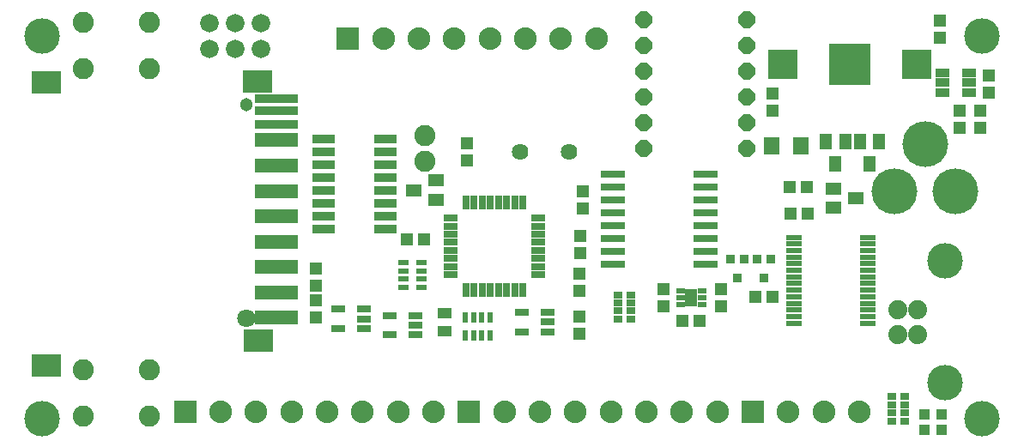
<source format=gts>
G75*
%MOIN*%
%OFA0B0*%
%FSLAX24Y24*%
%IPPOS*%
%LPD*%
%AMOC8*
5,1,8,0,0,1.08239X$1,22.5*
%
%ADD10C,0.0640*%
%ADD11R,0.0474X0.0513*%
%ADD12R,0.0552X0.0395*%
%ADD13R,0.0513X0.0474*%
%ADD14R,0.0880X0.0340*%
%ADD15R,0.0552X0.0297*%
%ADD16R,0.1182X0.0867*%
%ADD17R,0.1655X0.0356*%
%ADD18R,0.1655X0.0552*%
%ADD19C,0.0513*%
%ADD20C,0.0710*%
%ADD21R,0.1175X0.1175*%
%ADD22R,0.1640X0.1640*%
%ADD23C,0.1380*%
%ADD24R,0.0880X0.0880*%
%ADD25C,0.0880*%
%ADD26OC8,0.0640*%
%ADD27C,0.0720*%
%ADD28R,0.0946X0.0316*%
%ADD29C,0.0820*%
%ADD30R,0.0580X0.0300*%
%ADD31R,0.0300X0.0580*%
%ADD32C,0.1780*%
%ADD33R,0.0474X0.0631*%
%ADD34R,0.0560X0.0325*%
%ADD35C,0.0740*%
%ADD36R,0.0240X0.0400*%
%ADD37R,0.0400X0.0240*%
%ADD38R,0.0631X0.0710*%
%ADD39R,0.0395X0.0395*%
%ADD40R,0.0631X0.0474*%
%ADD41R,0.0356X0.0356*%
%ADD42R,0.0630X0.0217*%
%ADD43R,0.0336X0.0277*%
%ADD44R,0.0320X0.0220*%
%ADD45R,0.0470X0.0710*%
D10*
X020250Y012055D03*
X022150Y012055D03*
D11*
X022680Y010500D03*
X022680Y009830D03*
X022560Y008765D03*
X022560Y008095D03*
X025810Y006705D03*
X025810Y006035D03*
X028030Y006035D03*
X028030Y006705D03*
X029375Y006400D03*
X030045Y006400D03*
X022555Y005640D03*
X022555Y004970D03*
X012305Y005595D03*
X012305Y006265D03*
X012305Y006845D03*
X012305Y007515D03*
X037315Y012970D03*
X038115Y012970D03*
X038115Y013640D03*
X037315Y013640D03*
X038430Y014345D03*
X038430Y015015D03*
D12*
X017305Y005784D03*
X017305Y005076D03*
D13*
X022555Y006635D03*
X022555Y007305D03*
X026555Y005470D03*
X027225Y005470D03*
X030756Y009635D03*
X031425Y009635D03*
X031390Y010680D03*
X030720Y010680D03*
X030036Y013646D03*
X030036Y014315D03*
X036555Y016470D03*
X036555Y017140D03*
X018180Y012390D03*
X018180Y011720D03*
X016515Y008655D03*
X015845Y008655D03*
D14*
X015015Y009055D03*
X015015Y009555D03*
X015015Y010055D03*
X015015Y010555D03*
X015015Y011055D03*
X015015Y011555D03*
X015015Y012055D03*
X015015Y012555D03*
X012595Y012555D03*
X012595Y012055D03*
X012595Y011555D03*
X012595Y011055D03*
X012595Y010555D03*
X012595Y010055D03*
X012595Y009555D03*
X012595Y009055D03*
D15*
X013168Y005929D03*
X014192Y005929D03*
X014192Y005555D03*
X014192Y005181D03*
X013168Y005181D03*
X015168Y004931D03*
X016192Y004931D03*
X016192Y005305D03*
X016192Y005679D03*
X015168Y005679D03*
X020293Y005804D03*
X021317Y005804D03*
X021317Y005430D03*
X021317Y005056D03*
X020293Y005056D03*
D16*
X010076Y004699D03*
X001847Y003754D03*
X001847Y014738D03*
X010036Y014777D03*
D17*
X010784Y014108D03*
X010784Y013636D03*
X010784Y013124D03*
D18*
X010784Y012494D03*
X010784Y011510D03*
X010784Y010525D03*
X010784Y009541D03*
X010784Y008557D03*
X010784Y007573D03*
X010784Y006588D03*
X010784Y005604D03*
D19*
X009603Y013872D03*
D20*
X009603Y005565D03*
D21*
X030455Y015430D03*
X035655Y015430D03*
D22*
X033055Y015430D03*
D23*
X001680Y001680D03*
X001680Y016555D03*
X036750Y007800D03*
X036750Y003060D03*
X038180Y001680D03*
X038180Y016555D03*
D24*
X013555Y016430D03*
X018254Y001930D03*
X029277Y001930D03*
X007230Y001930D03*
D25*
X008608Y001930D03*
X009986Y001930D03*
X011364Y001930D03*
X012742Y001930D03*
X014120Y001930D03*
X015498Y001930D03*
X016876Y001930D03*
X019632Y001930D03*
X021010Y001930D03*
X022387Y001930D03*
X023765Y001930D03*
X025143Y001930D03*
X026521Y001930D03*
X027899Y001930D03*
X030655Y001930D03*
X032033Y001930D03*
X033411Y001930D03*
X023201Y016430D03*
X021823Y016430D03*
X020445Y016430D03*
X019067Y016430D03*
X017689Y016430D03*
X016311Y016430D03*
X014933Y016430D03*
D26*
X025055Y016180D03*
X025055Y015180D03*
X025055Y014180D03*
X025055Y013180D03*
X025055Y012180D03*
X029055Y012180D03*
X029055Y013180D03*
X029055Y014180D03*
X029055Y015180D03*
X029055Y016180D03*
X029055Y017180D03*
X025055Y017180D03*
D27*
X010180Y017055D03*
X009180Y017055D03*
X008180Y017055D03*
X008180Y016055D03*
X009180Y016055D03*
X010180Y016055D03*
D28*
X023829Y011160D03*
X023829Y010660D03*
X023829Y010160D03*
X023829Y009660D03*
X023829Y009160D03*
X023829Y008660D03*
X023829Y008160D03*
X023829Y007660D03*
X027451Y007660D03*
X027451Y008160D03*
X027451Y008660D03*
X027451Y009160D03*
X027451Y009660D03*
X027451Y010160D03*
X027451Y010660D03*
X027451Y011160D03*
D29*
X016555Y011680D03*
X016555Y012680D03*
X005835Y015290D03*
X003275Y015290D03*
X003275Y017070D03*
X005835Y017070D03*
X005835Y003570D03*
X003275Y003570D03*
X003275Y001790D03*
X005835Y001790D03*
D30*
X017555Y007268D03*
X017555Y007583D03*
X017555Y007898D03*
X017555Y008213D03*
X017555Y008527D03*
X017555Y008842D03*
X017555Y009157D03*
X017555Y009472D03*
X020935Y009472D03*
X020935Y009157D03*
X020935Y008842D03*
X020935Y008527D03*
X020935Y008213D03*
X020935Y007898D03*
X020935Y007583D03*
X020935Y007268D03*
D31*
X020347Y006680D03*
X020032Y006680D03*
X019717Y006680D03*
X019402Y006680D03*
X019088Y006680D03*
X018773Y006680D03*
X018458Y006680D03*
X018143Y006680D03*
X018143Y010060D03*
X018458Y010060D03*
X018773Y010060D03*
X019088Y010060D03*
X019402Y010060D03*
X019717Y010060D03*
X020032Y010060D03*
X020347Y010060D03*
D32*
X034781Y010505D03*
X037143Y010505D03*
X035962Y012355D03*
D33*
X034184Y012435D03*
X033436Y012435D03*
X032861Y012445D03*
X032113Y012445D03*
X032487Y011579D03*
X033810Y011569D03*
D34*
X036639Y014357D03*
X036639Y014731D03*
X036639Y015105D03*
X037670Y015105D03*
X037670Y014731D03*
X037670Y014357D03*
D35*
X035680Y005922D03*
X034900Y005922D03*
X034900Y004938D03*
X035680Y004938D03*
D36*
X019067Y004904D03*
X018752Y004904D03*
X018437Y004904D03*
X018122Y004904D03*
X018122Y005613D03*
X018437Y005613D03*
X018752Y005613D03*
X019067Y005613D03*
D37*
X016424Y006786D03*
X016424Y007101D03*
X016424Y007416D03*
X016424Y007731D03*
X015715Y007731D03*
X015715Y007416D03*
X015715Y007101D03*
X015715Y006786D03*
D38*
X030026Y012281D03*
X031129Y012281D03*
D39*
X035933Y001841D03*
X036625Y001841D03*
X036625Y001251D03*
X035933Y001251D03*
D40*
X032400Y009864D03*
X033267Y010238D03*
X032400Y010612D03*
X016988Y010929D03*
X016122Y010555D03*
X016988Y010181D03*
D41*
X028423Y007868D03*
X028935Y007868D03*
X029450Y007873D03*
X029961Y007873D03*
X029706Y007145D03*
X028679Y007140D03*
D42*
X030866Y007183D03*
X030866Y007439D03*
X030866Y007695D03*
X030866Y007951D03*
X030866Y008207D03*
X030866Y008462D03*
X030866Y008718D03*
X033744Y008718D03*
X033744Y008462D03*
X033744Y008207D03*
X033744Y007951D03*
X033744Y007695D03*
X033744Y007439D03*
X033744Y007183D03*
X033744Y006927D03*
X033744Y006671D03*
X033744Y006415D03*
X033744Y006159D03*
X033744Y005903D03*
X033744Y005648D03*
X033744Y005392D03*
X030866Y005392D03*
X030866Y005648D03*
X030866Y005903D03*
X030866Y006159D03*
X030866Y006415D03*
X030866Y006671D03*
X030866Y006927D03*
D43*
X024531Y006492D03*
X024039Y006492D03*
X024039Y006177D03*
X024039Y005863D03*
X024531Y005863D03*
X024531Y006177D03*
X024531Y005548D03*
X024039Y005548D03*
X034684Y002527D03*
X034684Y002212D03*
X035176Y002212D03*
X035176Y002527D03*
X035176Y001898D03*
X034684Y001898D03*
X034684Y001583D03*
X035176Y001583D03*
D44*
X027300Y006110D03*
X027300Y006370D03*
X027300Y006630D03*
X026480Y006630D03*
X026480Y006370D03*
X026480Y006110D03*
D45*
X026890Y006370D03*
M02*

</source>
